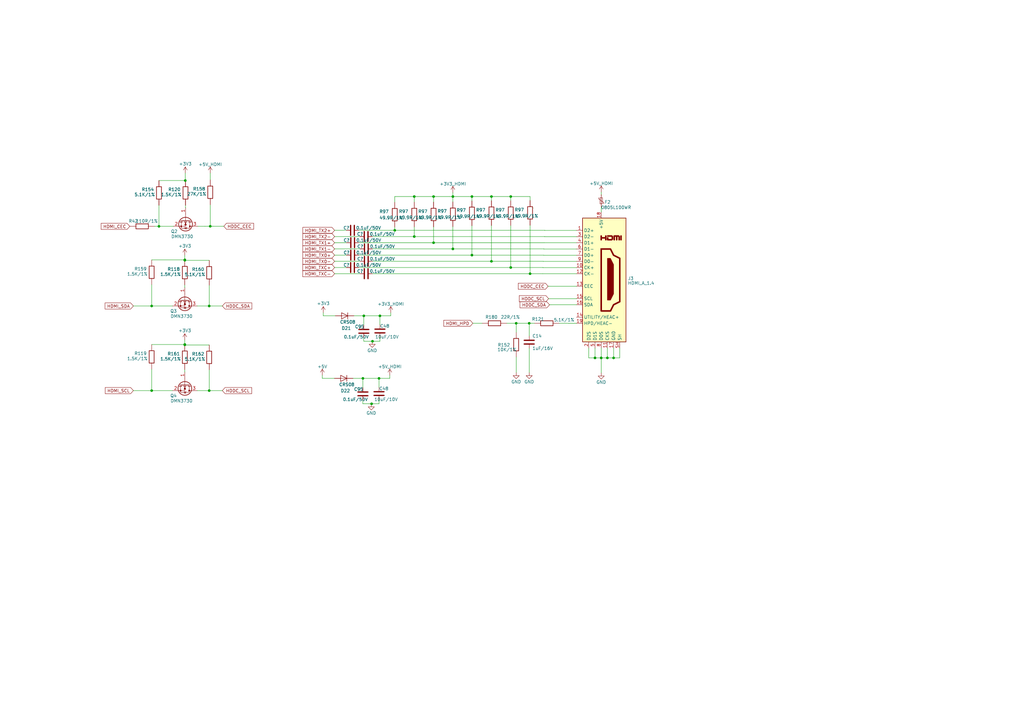
<source format=kicad_sch>
(kicad_sch (version 20230121) (generator eeschema)
  (paper "A3")
  (title_block (title "ПИР СЦХ-254 \"Карно\"\n(Karnix ASB-254)") (date "2024-01-15") (rev "V1.1") (company "ООО \"Фабмикро\"") (comment 1 "ФМТД.466961.029 Э3") (comment 2 "Залата Р.Н."))
  (lib_symbols
    (symbol "Connector:HDMI_A_1.4"
      (property "Reference" "J" (at -6.35 26.67 0))
      (property "Value" "HDMI_A_1.4" (at 10.16 26.67 0))
      (symbol "HDMI_A_1.4_0_0"
        (polyline (pts (xy 8.128 16.51) (xy 8.128 18.034)) (stroke (width 0.635)))
        (polyline (pts (xy 0 16.51) (xy 0 18.034) (xy 0 17.272) (xy 1.905 17.272) (xy 1.905 18.034) (xy 1.905 16.51)) (stroke (width 0.635)))
        (polyline (pts (xy 2.667 18.034) (xy 4.318 18.034) (xy 4.572 17.78) (xy 4.572 16.764) (xy 4.318 16.51) (xy 2.667 16.51) (xy 2.667 17.272)) (stroke (width 0.635)))
      )
      (symbol "HDMI_A_1.4_0_1"
        (rectangle (start -7.62 25.4) (end 10.16 -25.4) (stroke (width 0.254)) (fill (type background)))
        (polyline (pts (xy 2.54 8.89) (xy 3.81 8.89) (xy 5.08 6.35) (xy 5.08 -5.715) (xy 3.81 -8.255) (xy 2.54 -8.255) (xy 2.54 8.89)) (fill (type outline)))
        (polyline (pts (xy 5.334 16.51) (xy 5.334 18.034) (xy 6.35 18.034) (xy 6.35 16.51) (xy 6.35 18.034) (xy 7.112 18.034) (xy 7.366 17.78) (xy 7.366 16.51)) (stroke (width 0.635)))
        (polyline (pts (xy 0 12.7) (xy 0 -12.7) (xy 3.81 -12.7) (xy 5.08 -10.16) (xy 7.62 -8.89) (xy 7.62 8.89) (xy 5.08 10.16) (xy 3.81 12.7) (xy 0 12.7)) (stroke (width 0.635)))
      )
      (symbol "HDMI_A_1.4_1_1"
        (pin passive line (at -10.16 20.32 0) (length 2.54) (name "D2+") (number "1"))
        (pin passive line (at -10.16 5.08 0) (length 2.54) (name "CK+") (number "10"))
        (pin power_in line (at 2.54 -27.94 90) (length 2.54) (name "CKS") (number "11"))
        (pin passive line (at -10.16 2.54 0) (length 2.54) (name "CK-") (number "12"))
        (pin bidirectional line (at -10.16 -2.54 0) (length 2.54) (name "CEC") (number "13"))
        (pin passive line (at -10.16 -15.24 0) (length 2.54) (name "UTILITY/HEAC+") (number "14"))
        (pin passive line (at -10.16 -7.62 0) (length 2.54) (name "SCL") (number "15"))
        (pin bidirectional line (at -10.16 -10.16 0) (length 2.54) (name "SDA") (number "16"))
        (pin power_in line (at 5.08 -27.94 90) (length 2.54) (name "GND") (number "17"))
        (pin power_in line (at 0 27.94 270) (length 2.54) (name "+5V") (number "18"))
        (pin passive line (at -10.16 -17.78 0) (length 2.54) (name "HPD/HEAC-") (number "19"))
        (pin power_in line (at -5.08 -27.94 90) (length 2.54) (name "D2S") (number "2"))
        (pin passive line (at -10.16 17.78 0) (length 2.54) (name "D2-") (number "3"))
        (pin passive line (at -10.16 15.24 0) (length 2.54) (name "D1+") (number "4"))
        (pin power_in line (at -2.54 -27.94 90) (length 2.54) (name "D1S") (number "5"))
        (pin passive line (at -10.16 12.7 0) (length 2.54) (name "D1-") (number "6"))
        (pin passive line (at -10.16 10.16 0) (length 2.54) (name "D0+") (number "7"))
        (pin power_in line (at 0 -27.94 90) (length 2.54) (name "D0S") (number "8"))
        (pin passive line (at -10.16 7.62 0) (length 2.54) (name "D0-") (number "9"))
        (pin passive line (at 7.62 -27.94 90) (length 2.54) (name "SH") (number "SH"))
      )
    )
    (symbol "Fabmicro:+3V3" (power) (pin_names (offset 0))
      (property "Value" "+3V3" (at 0 3.556 0))
      (symbol "+3V3_0_1"
        (polyline (pts (xy -0.762 1.27) (xy 0 2.54)))
        (polyline (pts (xy 0 0) (xy 0 2.54)))
        (polyline (pts (xy 0 2.54) (xy 0.762 1.27)))
      )
      (symbol "+3V3_1_1"
        (pin power_in line (at 0 0 90) (length 0) hide (name "+3V3") (number "1"))
      )
    )
    (symbol "Fabmicro:+3V3_HDMI" (power) (pin_names (offset 0))
      (property "Value" "+3V3_HDMI" (at 0 3.5671 0))
      (symbol "+3V3_HDMI_0_1"
        (polyline (pts (xy -0.762 1.27) (xy 0 2.54)))
        (polyline (pts (xy 0 0) (xy 0 2.54)))
        (polyline (pts (xy 0 2.54) (xy 0.762 1.27)))
      )
      (symbol "+3V3_HDMI_1_1"
        (pin power_in line (at 0 0 90) (length 0) hide (name "+3V3_HDMI") (number "1"))
      )
    )
    (symbol "Fabmicro:+5V_HDMI" (power) (pin_names (offset 0))
      (property "Value" "+5V_HDMI" (at 0 3.556 0))
      (symbol "+5V_HDMI_0_1"
        (polyline (pts (xy -0.762 1.27) (xy 0 2.54)))
        (polyline (pts (xy 0 0) (xy 0 2.54)))
        (polyline (pts (xy 0 2.54) (xy 0.762 1.27)))
      )
      (symbol "+5V_HDMI_1_1"
        (pin power_in line (at 0 0 90) (length 0) hide (name "+5V_HDMI") (number "1"))
      )
    )
    (symbol "Fabmicro:CapacitorUnpolarized" (pin_numbers hide) (pin_names (offset 0.254))
      (property "Reference" "C" (at -2.54 0.635 90))
      (property "Value" "CapacitorUnpolarized" (at 2.54 0.635 90))
      (symbol "CapacitorUnpolarized_0_1"
        (polyline (pts (xy -0.762 -2.032) (xy -0.762 2.032)) (stroke (width 0.508)))
        (polyline (pts (xy 0.762 -2.032) (xy 0.762 2.032)) (stroke (width 0.508)))
      )
      (symbol "CapacitorUnpolarized_1_1"
        (pin passive line (at -2.54 0 0) (length 1.524) (name "~") (number "1"))
        (pin passive line (at 2.54 0 180) (length 1.524) (name "~") (number "2"))
      )
    )
    (symbol "Fabmicro:Diode" (pin_numbers hide) (pin_names (offset 1.016) hide)
      (property "Reference" "D" (at 3.81 2.54 0))
      (property "Value" "Diode" (at 3.81 -2.54 0))
      (symbol "Diode_1_1"
        (polyline (pts (xy 2.54 1.27) (xy 2.54 -1.27)) (stroke (width 0.2032)))
        (polyline (pts (xy 5.08 0) (xy 2.54 0)))
        (polyline (pts (xy 5.08 1.27) (xy 5.08 -1.27) (xy 2.54 0) (xy 5.08 1.27)) (stroke (width 0.2032)))
        (pin passive line (at 0 0 0) (length 2.54) (name "K") (number "1"))
        (pin passive line (at 7.62 0 180) (length 2.54) (name "A") (number "2"))
      )
    )
    (symbol "Fabmicro:MOSFET_N_CH_SOT23" (pin_names (offset 1.016) hide)
      (property "Reference" "VT" (at 10.16 2.54 0))
      (property "Value" "MOSFET_N_CH_SOT23" (at 10.16 0 0))
      (symbol "MOSFET_N_CH_SOT23_1_1"
        (polyline (pts (xy 2.54 0) (xy 5.334 0)))
        (polyline (pts (xy 5.842 -1.778) (xy 7.62 -1.778)))
        (polyline (pts (xy 5.842 -1.27) (xy 5.842 -2.286)) (stroke (width 0.254)))
        (polyline (pts (xy 5.842 0) (xy 7.62 0)))
        (polyline (pts (xy 5.842 0.508) (xy 5.842 -0.508)) (stroke (width 0.254)))
        (polyline (pts (xy 5.842 1.778) (xy 7.62 1.778)))
        (polyline (pts (xy 5.842 2.286) (xy 5.842 1.27)) (stroke (width 0.254)))
        (polyline (pts (xy 7.62 -1.778) (xy 7.62 -2.54)))
        (polyline (pts (xy 7.62 -1.778) (xy 7.62 0)))
        (polyline (pts (xy 7.62 2.54) (xy 7.62 1.778)))
        (polyline (pts (xy 5.334 1.905) (xy 5.334 -1.905) (xy 5.334 -1.905)) (stroke (width 0.254)))
        (polyline (pts (xy 6.096 0) (xy 7.112 0.381) (xy 7.112 -0.381) (xy 6.096 0)) (fill (type outline)))
        (polyline (pts (xy 7.62 -1.778) (xy 8.382 -1.778) (xy 8.382 1.778) (xy 7.62 1.778)))
        (polyline (pts (xy 7.874 0.508) (xy 8.001 0.381) (xy 8.763 0.381) (xy 8.89 0.254)))
        (polyline (pts (xy 8.382 0.381) (xy 8.001 -0.254) (xy 8.763 -0.254) (xy 8.382 0.381)))
        (circle (center 6.731 0) (radius 2.8194) (stroke (width 0.254)))
        (circle (center 7.62 -1.778) (radius 0.2794) (fill (type outline)))
        (circle (center 7.62 1.778) (radius 0.2794) (fill (type outline)))
        (pin input line (at 0 0 0) (length 2.54) (name "G") (number "1"))
        (pin passive line (at 7.62 -5.08 90) (length 2.54) (name "S") (number "2"))
        (pin passive line (at 7.62 5.08 270) (length 2.54) (name "D") (number "3"))
      )
    )
    (symbol "Fabmicro:Polyfuse_Small" (pin_numbers hide) (pin_names (offset 0))
      (property "Reference" "F" (at 2.54 1.905 0))
      (property "Value" "Polyfuse_Small" (at 2.54 -1.905 0))
      (symbol "Polyfuse_Small_0_1"
        (polyline (pts (xy 5.08 0) (xy 0 0)))
        (polyline (pts (xy 3.81 1.016) (xy 3.302 1.016) (xy 1.778 -1.016) (xy 1.27 -1.016)))
        (rectangle (start 3.81 0.508) (end 1.27 -0.508))
      )
      (symbol "Polyfuse_Small_1_1"
        (pin passive line (at 5.08 0 180) (length 0.635) (name "~") (number "1"))
        (pin passive line (at 0 0 0) (length 0.635) (name "~") (number "2"))
      )
    )
    (symbol "Fabmicro:Resistor" (pin_numbers hide) (pin_names (offset 0))
      (property "Reference" "R" (at 0 2.032 0))
      (property "Value" "Resistor" (at 0 0 0))
      (symbol "Resistor_0_1"
        (rectangle (start 2.54 -1.016) (end -2.54 1.016) (stroke (width 0.254)))
      )
      (symbol "Resistor_1_1"
        (pin passive line (at -5.08 0 0) (length 2.54) (name "~") (number "1"))
        (pin passive line (at 5.08 0 180) (length 2.54) (name "~") (number "2"))
      )
    )
    (symbol "power:+5V" (power) (pin_names (offset 0))
      (property "Value" "+5V" (at 0 3.556 0))
      (symbol "+5V_0_1"
        (polyline (pts (xy -0.762 1.27) (xy 0 2.54)))
        (polyline (pts (xy 0 0) (xy 0 2.54)))
        (polyline (pts (xy 0 2.54) (xy 0.762 1.27)))
      )
      (symbol "+5V_1_1"
        (pin power_in line (at 0 0 90) (length 0) hide (name "+5V") (number "1"))
      )
    )
    (symbol "power:GND" (power) (pin_names (offset 0))
      (property "Value" "GND" (at 0 -3.81 0))
      (symbol "GND_0_1"
        (polyline (pts (xy 0 0) (xy 0 -1.27) (xy 1.27 -1.27) (xy 0 -2.54) (xy -1.27 -1.27) (xy 0 -1.27)))
      )
      (symbol "GND_1_1"
        (pin power_in line (at 0 0 270) (length 0) hide (name "GND") (number "1"))
      )
    )
  )
  (junction (at 152.781 139.9605))
  (junction (at 75.8 141.42))
  (junction (at 62.2 160.2))
  (junction (at 211.709 132.588))
  (junction (at 75.8 106.6))
  (junction (at 251.66 146.8))
  (junction (at 209.4769 109.716))
  (junction (at 152.4 165.6145))
  (junction (at 75.8 106.72))
  (junction (at 76 74.04))
  (junction (at 169.9098 80.6077))
  (junction (at 62.2 125.5))
  (junction (at 217.043 132.588))
  (junction (at 155.829 129.54))
  (junction (at 201.5687 107.176))
  (junction (at 209.4769 80.6077))
  (junction (at 169.9098 97.016))
  (junction (at 244.04 146.8))
  (junction (at 85.8 160.2))
  (junction (at 86.233 92.8))
  (junction (at 193.5618 104.636))
  (junction (at 148.844 155.194))
  (junction (at 249.12 146.8))
  (junction (at 75.8 141.3))
  (junction (at 85.8 125.5))
  (junction (at 65.2 92.837))
  (junction (at 149.225 129.54))
  (junction (at 217.4059 112.256))
  (junction (at 246.58 146.8))
  (junction (at 185.747 102.096))
  (junction (at 193.5618 80.6077))
  (junction (at 155.448 155.194))
  (junction (at 177.818 80.6077))
  (junction (at 185.747 80.6077))
  (junction (at 201.5687 80.6077))
  (junction (at 161.9029 94.476))
  (junction (at 177.818 99.556))
  (wire (pts (xy 241.5 142.7736) (xy 241.5 146.8)))
  (wire (pts (xy 148.844 165.6145) (xy 152.4 165.6145)))
  (wire (pts (xy 155.448 165.6145) (xy 155.448 163.957)))
  (wire (pts (xy 137.233 94.476) (xy 142.0235 94.476)))
  (wire (pts (xy 222.831 107.176) (xy 222.831 107.2136)))
  (wire (pts (xy 76 71) (xy 76 74.04)))
  (wire (pts (xy 201.5687 92.4918) (xy 201.5687 107.176)))
  (wire (pts (xy 217.043 137.795) (xy 217.043 132.588)))
  (wire (pts (xy 217.4059 112.256) (xy 222.577 112.256)))
  (wire (pts (xy 85.8 125.5) (xy 91.2 125.5)))
  (wire (pts (xy 218.767 85.332) (xy 218.767 85.3696)))
  (wire (pts (xy 149.225 129.54) (xy 155.829 129.54)))
  (wire (pts (xy 80.9 125.5) (xy 85.8 125.5)))
  (wire (pts (xy 75.8 141.3) (xy 75.8 141.42)))
  (wire (pts (xy 75.8 141.5) (xy 75.8 141.42)))
  (wire (pts (xy 185.747 92.952) (xy 185.747 102.096)))
  (wire (pts (xy 65.2 74.04) (xy 76 74.04)))
  (wire (pts (xy 211.709 136.271) (xy 211.709 132.588)))
  (wire (pts (xy 71.02 92.837) (xy 71.02 92.82)))
  (wire (pts (xy 209.4769 109.716) (xy 222.704 109.716)))
  (wire (pts (xy 86.233 83.947) (xy 86.233 92.8)))
  (wire (pts (xy 152.7794 107.176) (xy 201.5687 107.176)))
  (wire (pts (xy 152.4 165.608) (xy 152.4 165.6145)))
  (wire (pts (xy 223.085 102.1336) (xy 236.42 102.1336)))
  (wire (pts (xy 223.212 99.5936) (xy 236.42 99.5936)))
  (wire (pts (xy 222.704 109.716) (xy 222.704 109.7536)))
  (wire (pts (xy 155.829 129.54) (xy 160.274 129.54)))
  (wire (pts (xy 177.818 80.6077) (xy 185.747 80.6077)))
  (wire (pts (xy 222.704 109.7536) (xy 236.42 109.7536)))
  (wire (pts (xy 209.4769 92.4806) (xy 209.4769 109.716)))
  (wire (pts (xy 193.5618 82.4073) (xy 193.5618 80.6077)))
  (wire (pts (xy 75.8 106.8) (xy 75.8 106.72)))
  (wire (pts (xy 246.58 146.8) (xy 249.12 146.8)))
  (wire (pts (xy 86.233 70.993) (xy 86.233 73.787)))
  (wire (pts (xy 148.844 155.194) (xy 155.448 155.194)))
  (wire (pts (xy 152.781 139.9605) (xy 155.829 139.9605)))
  (wire (pts (xy 169.9098 82.8943) (xy 169.9098 80.6077)))
  (wire (pts (xy 75.8 104.7) (xy 75.8 106.6)))
  (wire (pts (xy 85.8 141.5) (xy 75.8 141.5)))
  (wire (pts (xy 155.448 155.194) (xy 159.893 155.194)))
  (wire (pts (xy 177.818 99.556) (xy 223.212 99.556)))
  (wire (pts (xy 147.1771 104.636) (xy 193.5618 104.636)))
  (wire (pts (xy 75.8 117.88) (xy 75.82 117.88)))
  (wire (pts (xy 76.08 85.2) (xy 76.1 85.2)))
  (wire (pts (xy 132.207 155.194) (xy 137.16 155.194)))
  (wire (pts (xy 84.074 92.8) (xy 86.233 92.8)))
  (wire (pts (xy 246.6 84.88) (xy 246.6 86.8936)))
  (wire (pts (xy 209.4769 82.3206) (xy 209.4769 80.6077)))
  (wire (pts (xy 177.818 93.0431) (xy 177.818 99.556)))
  (wire (pts (xy 193.929 132.588) (xy 197.739 132.588)))
  (wire (pts (xy 80.9 160.2) (xy 85.8 160.2)))
  (wire (pts (xy 85.8 160.2) (xy 91.2 160.2)))
  (wire (pts (xy 223.339 97.0536) (xy 236.42 97.0536)))
  (wire (pts (xy 137.233 109.716) (xy 142.0446 109.716)))
  (wire (pts (xy 223.466 94.5136) (xy 236.42 94.5136)))
  (wire (pts (xy 145.161 129.54) (xy 149.225 129.54)))
  (wire (pts (xy 185.747 80.6077) (xy 185.747 82.792)))
  (wire (pts (xy 169.9098 80.6077) (xy 177.818 80.6077)))
  (wire (pts (xy 144.78 155.194) (xy 148.844 155.194)))
  (wire (pts (xy 161.9029 80.6077) (xy 169.9098 80.6077)))
  (wire (pts (xy 236.42 117.4) (xy 236.42 117.3736)))
  (wire (pts (xy 223.466 94.476) (xy 223.466 94.5136)))
  (wire (pts (xy 132.588 128.27) (xy 132.588 129.54)))
  (wire (pts (xy 222.958 104.6736) (xy 236.42 104.6736)))
  (wire (pts (xy 209.4769 80.6077) (xy 217.4059 80.6077)))
  (wire (pts (xy 65.2 92.837) (xy 71.02 92.837)))
  (wire (pts (xy 161.9029 94.476) (xy 223.466 94.476)))
  (wire (pts (xy 65.2 84.2) (xy 65.2 92.837)))
  (wire (pts (xy 241.5 146.8) (xy 244.04 146.8)))
  (wire (pts (xy 62.2 141.3) (xy 75.8 141.3)))
  (wire (pts (xy 222.577 112.256) (xy 222.577 112.2936)))
  (wire (pts (xy 236.42 122.4866) (xy 236.42 122.4536)))
  (wire (pts (xy 147.1246 109.716) (xy 209.4769 109.716)))
  (wire (pts (xy 62.2 116.76) (xy 62.2 125.5)))
  (wire (pts (xy 193.5618 104.636) (xy 222.958 104.636)))
  (wire (pts (xy 137.233 99.556) (xy 142.1055 99.556)))
  (wire (pts (xy 222.958 104.636) (xy 222.958 104.6736)))
  (wire (pts (xy 85.8 151.66) (xy 85.8 160.2)))
  (wire (pts (xy 75.8 152.58) (xy 75.82 152.58)))
  (wire (pts (xy 137.233 107.176) (xy 147.6994 107.176)))
  (wire (pts (xy 177.818 80.6077) (xy 177.818 82.8831)))
  (wire (pts (xy 246.58 152.9336) (xy 246.58 146.8)))
  (wire (pts (xy 159.893 153.924) (xy 159.893 155.194)))
  (wire (pts (xy 62.2 125.5) (xy 70.74 125.5)))
  (wire (pts (xy 223.212 99.556) (xy 223.212 99.5936)))
  (wire (pts (xy 149.225 139.9605) (xy 152.781 139.9605)))
  (wire (pts (xy 85.8 106.8) (xy 75.8 106.8)))
  (wire (pts (xy 152.654 139.954) (xy 152.781 139.954)))
  (wire (pts (xy 233.299 132.588) (xy 233.299 132.6136)))
  (wire (pts (xy 185.747 80.6077) (xy 185.747 78.982)))
  (wire (pts (xy 155.829 139.9605) (xy 155.829 138.303)))
  (wire (pts (xy 225.3828 125.0191) (xy 236.42 125.0191)))
  (wire (pts (xy 161.9029 93.1298) (xy 161.9029 94.476)))
  (wire (pts (xy 201.5687 107.176) (xy 222.831 107.176)))
  (wire (pts (xy 84.074 92.8) (xy 84.074 92.82)))
  (wire (pts (xy 244.04 146.8) (xy 246.58 146.8)))
  (wire (pts (xy 223.339 97.016) (xy 223.339 97.0536)))
  (wire (pts (xy 236.42 125.0191) (xy 236.42 124.9936)))
  (wire (pts (xy 85.8 116.96) (xy 85.8 125.5)))
  (wire (pts (xy 161.9029 82.9698) (xy 161.9029 80.6077)))
  (wire (pts (xy 254.2 146.8) (xy 254.2 142.7736)))
  (wire (pts (xy 75.8 106.6) (xy 75.8 106.72)))
  (wire (pts (xy 54.7 125.5) (xy 62.2 125.5)))
  (wire (pts (xy 169.9098 97.016) (xy 223.339 97.016)))
  (wire (pts (xy 207.899 132.588) (xy 211.709 132.588)))
  (wire (pts (xy 249.12 146.8) (xy 251.66 146.8)))
  (wire (pts (xy 246.6 78.8) (xy 246.6 79.8)))
  (wire (pts (xy 62.2 151.46) (xy 62.2 160.2)))
  (wire (pts (xy 152.273 165.608) (xy 152.4 165.608)))
  (wire (pts (xy 75.8 116.88) (xy 75.8 117.88)))
  (wire (pts (xy 62.2 160.2) (xy 70.74 160.2)))
  (wire (pts (xy 137.233 102.096) (xy 147.7078 102.096)))
  (wire (pts (xy 132.207 153.924) (xy 132.207 155.194)))
  (wire (pts (xy 75.8 139.4) (xy 75.8 141.3)))
  (wire (pts (xy 137.233 112.256) (xy 147.6469 112.256)))
  (wire (pts (xy 147.1035 94.476) (xy 161.9029 94.476)))
  (wire (pts (xy 211.709 132.588) (xy 217.043 132.588)))
  (wire (pts (xy 223.085 102.096) (xy 223.085 102.1336)))
  (wire (pts (xy 246.6 86.8936) (xy 246.58 86.8936)))
  (wire (pts (xy 160.274 128.27) (xy 160.274 129.54)))
  (wire (pts (xy 148.844 159.004) (xy 148.844 155.194)))
  (wire (pts (xy 222.577 112.2936) (xy 236.42 112.2936)))
  (wire (pts (xy 246.58 146.8) (xy 246.58 142.7736)))
  (wire (pts (xy 86.233 92.8) (xy 91.8 92.8)))
  (wire (pts (xy 75.8 151.58) (xy 75.8 152.58)))
  (wire (pts (xy 149.225 133.35) (xy 149.225 129.54)))
  (wire (pts (xy 233.299 132.6136) (xy 236.42 132.6136)))
  (wire (pts (xy 201.5687 80.6077) (xy 209.4769 80.6077)))
  (wire (pts (xy 251.66 142.7736) (xy 251.66 146.8)))
  (wire (pts (xy 84.074 92.82) (xy 81.18 92.82)))
  (wire (pts (xy 193.5618 92.5673) (xy 193.5618 104.636)))
  (wire (pts (xy 63.373 92.837) (xy 65.2 92.837)))
  (wire (pts (xy 251.66 146.8) (xy 254.2 146.8)))
  (wire (pts (xy 193.5618 80.6077) (xy 185.747 80.6077)))
  (wire (pts (xy 148.844 165.6145) (xy 148.844 164.084)))
  (wire (pts (xy 137.233 97.016) (xy 147.6258 97.016)))
  (wire (pts (xy 201.5687 82.3318) (xy 201.5687 80.6077)))
  (wire (pts (xy 152.7269 112.256) (xy 217.4059 112.256)))
  (wire (pts (xy 217.043 152.781) (xy 217.043 142.875)))
  (wire (pts (xy 62.2 106.6) (xy 75.8 106.6)))
  (wire (pts (xy 222.831 107.2136) (xy 236.42 107.2136)))
  (wire (pts (xy 54.7 160.2) (xy 62.2 160.2)))
  (wire (pts (xy 132.588 129.54) (xy 137.541 129.54)))
  (wire (pts (xy 217.043 132.588) (xy 219.202 132.588)))
  (wire (pts (xy 76.08 84.2) (xy 76.08 85.2)))
  (wire (pts (xy 193.5618 80.6077) (xy 201.5687 80.6077)))
  (wire (pts (xy 244.04 142.7736) (xy 244.04 146.8)))
  (wire (pts (xy 152.781 139.954) (xy 152.781 139.9605)))
  (wire (pts (xy 155.448 158.877) (xy 155.448 155.194)))
  (wire (pts (xy 76 74.04) (xy 76.08 74.04)))
  (wire (pts (xy 152.7878 102.096) (xy 185.747 102.096)))
  (wire (pts (xy 147.1855 99.556) (xy 177.818 99.556)))
  (wire (pts (xy 149.225 139.9605) (xy 149.225 138.43)))
  (wire (pts (xy 185.747 102.096) (xy 223.085 102.096)))
  (wire (pts (xy 217.4059 82.2295) (xy 217.4059 80.6077)))
  (wire (pts (xy 217.4059 92.3895) (xy 217.4059 112.256)))
  (wire (pts (xy 224.8 117.4) (xy 236.42 117.4)))
  (wire (pts (xy 152.4 165.6145) (xy 155.448 165.6145)))
  (wire (pts (xy 229.362 132.588) (xy 233.299 132.588)))
  (wire (pts (xy 137.233 104.636) (xy 142.0971 104.636)))
  (wire (pts (xy 225 122.4866) (xy 236.42 122.4866)))
  (wire (pts (xy 249.12 142.7736) (xy 249.12 146.8)))
  (wire (pts (xy 155.829 133.223) (xy 155.829 129.54)))
  (wire (pts (xy 152.7058 97.016) (xy 169.9098 97.016)))
  (wire (pts (xy 169.9098 93.0543) (xy 169.9098 97.016)))
  (wire (pts (xy 211.709 152.781) (xy 211.709 146.431)))
  (global_label "HDMI_TX2+" (shape input) (at 137.233 94.476 180) (property "Intersheetrefs" "${INTERSHEET_REFS}" (effects hide)))
  (global_label "HDMI_TXC+" (shape input) (at 137.233 109.716 180) (property "Intersheetrefs" "${INTERSHEET_REFS}" (effects hide)))
  (global_label "HDMI_TX0+" (shape input) (at 137.233 104.636 180) (property "Intersheetrefs" "${INTERSHEET_REFS}" (effects hide)))
  (global_label "HDMI_TX1-" (shape input) (at 137.233 102.096 180) (property "Intersheetrefs" "${INTERSHEET_REFS}" (effects hide)))
  (global_label "HDDC_SDA" (shape input) (at 91.2 125.5 0) (property "Intersheetrefs" "${INTERSHEET_REFS}" (effects hide)))
  (global_label "HDMI_TX1+" (shape input) (at 137.233 99.556 180) (property "Intersheetrefs" "${INTERSHEET_REFS}" (effects hide)))
  (global_label "HDMI_TXC-" (shape input) (at 137.233 112.256 180) (property "Intersheetrefs" "${INTERSHEET_REFS}" (effects hide)))
  (global_label "HDDC_SCL" (shape input) (at 91.2 160.2 0) (property "Intersheetrefs" "${INTERSHEET_REFS}" (effects hide)))
  (global_label "HDMI_SDA" (shape input) (at 54.7 125.5 180) (property "Intersheetrefs" "${INTERSHEET_REFS}" (effects hide)))
  (global_label "HDMI_SCL" (shape input) (at 54.7 160.2 180) (property "Intersheetrefs" "${INTERSHEET_REFS}" (effects hide)))
  (global_label "HDMI_HPD" (shape input) (at 193.929 132.588 180) (property "Intersheetrefs" "${INTERSHEET_REFS}" (effects hide)))
  (global_label "HDMI_TX2-" (shape input) (at 137.233 97.016 180) (property "Intersheetrefs" "${INTERSHEET_REFS}" (effects hide)))
  (global_label "HDDC_CEC" (shape input) (at 91.8 92.8 0) (property "Intersheetrefs" "${INTERSHEET_REFS}" (effects hide)))
  (global_label "HDDC_SDA" (shape input) (at 225.3828 125.0191 180) (property "Intersheetrefs" "${INTERSHEET_REFS}" (effects hide)))
  (global_label "HDDC_SCL" (shape input) (at 225 122.4866 180) (property "Intersheetrefs" "${INTERSHEET_REFS}" (effects hide)))
  (global_label "HDDC_CEC" (shape input) (at 224.8 117.4 180) (property "Intersheetrefs" "${INTERSHEET_REFS}" (effects hide)))
  (global_label "HDMI_CEC" (shape input) (at 53.213 92.837 180) (property "Intersheetrefs" "${INTERSHEET_REFS}" (effects hide)))
  (global_label "HDMI_TX0-" (shape input) (at 137.233 107.176 180) (property "Intersheetrefs" "${INTERSHEET_REFS}" (effects hide)))
  (symbol (lib_id "Fabmicro:CapacitorUnpolarized") (at 217.043 140.335 270) (unit 1)
    (property "Reference" "C14" (at 218.313 137.795 90) (effects (justify left)))
    (property "Value" "1uF/16V" (at 218.313 142.875 90) (effects (justify left)))
    (property "Footprint" "Fabmicro:C_0402_1005Metric" (effects hide))
    (property "Mfr. Part Number" "GRM155R61E105KA12D" (effects hide))
    (property "Supplier" "Fabmicro" (effects hide))
    (instances (project "Karnix_ASB" (path "" (reference "C14") (unit 1)) (path "" (reference "C87") (unit 1))))
  )
  (symbol (lib_id "Fabmicro:Resistor") (at 224.282 132.588 0) (mirror x) (unit 1)
    (property "Reference" "R121" (at 218.082 130.888 0) (effects (justify left)))
    (property "Value" "5.1K/1%" (at 227.082 131.188 0) (effects (justify left)))
    (property "Footprint" "Fabmicro:R_0402_1005Metric" (effects hide))
    (property "Mfr. Part Number" "RC0402FR-075K1L" (effects hide))
  )
  (symbol (lib_id "Connector:HDMI_A_1.4") (at 246.58 114.8336 0) (unit 1)
    (property "Reference" "J3" (at 257.502 114.1899 0) (effects (justify left)))
    (property "Value" "HDMI_A_1.4" (at 257.502 116.1109 0) (effects (justify left)))
    (property "Footprint" "Fabmicro:HDMI_A_Amphenol_10029449-x01xLF_Horizontal" (effects hide))
    (property "Datasheet" "https://en.wikipedia.org/wiki/HDMI" (effects hide))
    (property "Mfr. Part Number" "10029449" (effects hide))
    (property "Manufacturer" "Amphenol" (effects hide))
  )
  (symbol (lib_id "Fabmicro:+5V_HDMI") (at 246.6 78.8 0) (unit 1)
    (property "Reference" "#PWR?" (effects hide))
    (property "Value" "+5V_HDMI" (at 246.6 75.244 0))
    (instances (project "Karnix_ASB" (path "" (reference "#PWR?") (unit 1)) (path "" (reference "#PWR0219") (unit 1))))
  )
  (symbol (lib_id "Fabmicro:Resistor") (at 217.4059 87.3095 270) (unit 1)
    (property "Reference" "R97" (at 211.0559 86.0395 90) (effects (justify left)))
    (property "Value" "49.9R/1%" (at 211.0559 88.5795 90) (effects (justify left)))
    (property "Footprint" "Fabmicro:R_0402_1005Metric" (effects hide))
    (property "Mfr. Part Number" "RC0402FR-0749R9L" (effects hide))
    (property "Supplier" "Fabmicro" (effects hide))
    (instances (project "Karnix_ASB" (path "" (reference "R97") (unit 1)) (path "" (reference "R110") (unit 1))))
  )
  (symbol (lib_id "Fabmicro:Resistor") (at 169.9098 87.9743 270) (unit 1)
    (property "Reference" "R97" (at 163.5598 86.7043 90) (effects (justify left)))
    (property "Value" "49.9R/1%" (at 163.5598 89.2443 90) (effects (justify left)))
    (property "Footprint" "Fabmicro:R_0402_1005Metric" (effects hide))
    (property "Mfr. Part Number" "RC0402FR-0749R9L" (effects hide))
    (property "Supplier" "Fabmicro" (effects hide))
    (instances (project "Karnix_ASB" (path "" (reference "R97") (unit 1)) (path "" (reference "R116") (unit 1))))
  )
  (symbol (lib_id "Fabmicro:CapacitorUnpolarized") (at 150.1658 97.016 0) (unit 1)
    (property "Reference" "C?" (at 146.3913 96 0) (effects (justify left)))
    (property "Value" "0.1uF/50V" (at 151.5983 96 0) (effects (justify left)))
    (property "Footprint" "Capacitor_SMD:C_0402_1005Metric" (effects hide))
    (property "Mfr. Part Number" "CC0402KRX7R9BB104" (effects hide))
    (property "Supplier" "Fabmicro" (effects hide))
    (instances (project "Karnix_ASB" (path "" (reference "C?") (unit 1)) (path "" (reference "C23") (unit 1)) (path "" (reference "C57") (unit 1))))
  )
  (symbol (lib_id "Fabmicro:Resistor") (at 65.2 79.12 90) (mirror x) (unit 1)
    (property "Reference" "R154" (at 63.2 77.72 90) (effects (justify left)))
    (property "Value" "5.1K/1%" (at 63.6 79.82 90) (effects (justify left)))
    (property "Footprint" "Fabmicro:R_0402_1005Metric" (effects hide))
    (property "Mfr. Part Number" "RC0402FR-075K1L" (effects hide))
  )
  (symbol (lib_id "Fabmicro:Resistor") (at 185.747 87.872 270) (unit 1)
    (property "Reference" "R97" (at 179.397 86.602 90) (effects (justify left)))
    (property "Value" "49.9R/1%" (at 179.397 89.142 90) (effects (justify left)))
    (property "Footprint" "Fabmicro:R_0402_1005Metric" (effects hide))
    (property "Mfr. Part Number" "RC0402FR-0749R9L" (effects hide))
    (property "Supplier" "Fabmicro" (effects hide))
    (instances (project "Karnix_ASB" (path "" (reference "R97") (unit 1)) (path "" (reference "R114") (unit 1))))
  )
  (symbol (lib_id "power:GND") (at 152.273 165.608 0) (mirror y) (unit 1)
    (property "Reference" "#PWR0218" (effects hide))
    (property "Value" "GND" (at 152.273 169.418 0))
  )
  (symbol (lib_id "Fabmicro:+3V3") (at 75.8 139.4 0) (unit 1)
    (property "Reference" "#PWR?" (effects hide))
    (property "Value" "+3V3" (at 75.8 135.59 0))
    (instances (project "Karnix_ASB" (path "" (reference "#PWR?") (unit 1)) (path "" (reference "#PWR074") (unit 1)) (path "" (reference "#PWR0147") (unit 1))))
  )
  (symbol (lib_id "Fabmicro:Resistor") (at 76.08 79.12 90) (mirror x) (unit 1)
    (property "Reference" "R120" (at 74.08 77.72 90) (effects (justify left)))
    (property "Value" "1.5K/1%" (at 74.48 79.82 90) (effects (justify left)))
    (property "Footprint" "Fabmicro:R_0402_1005Metric" (effects hide))
    (property "Mfr. Part Number" "RC0402FR-071K5L" (effects hide))
  )
  (symbol (lib_id "Fabmicro:Resistor") (at 75.8 146.5 90) (mirror x) (unit 1)
    (property "Reference" "R161" (at 73.8 145.1 90) (effects (justify left)))
    (property "Value" "1.5K/1%" (at 74.2 147.2 90) (effects (justify left)))
    (property "Footprint" "Fabmicro:R_0402_1005Metric" (effects hide))
    (property "Mfr. Part Number" "RC0402FR-071K5L" (effects hide))
  )
  (symbol (lib_id "Fabmicro:CapacitorUnpolarized") (at 144.6371 104.636 0) (unit 1)
    (property "Reference" "C?" (at 140.8626 103.62 0) (effects (justify left)))
    (property "Value" "0.1uF/50V" (at 146.0696 103.62 0) (effects (justify left)))
    (property "Footprint" "Capacitor_SMD:C_0402_1005Metric" (effects hide))
    (property "Mfr. Part Number" "CC0402KRX7R9BB104" (effects hide))
    (property "Supplier" "Fabmicro" (effects hide))
    (instances (project "Karnix_ASB" (path "" (reference "C?") (unit 1)) (path "" (reference "C23") (unit 1)) (path "" (reference "C60") (unit 1))))
  )
  (symbol (lib_id "Fabmicro:Polyfuse_Small") (at 246.6 84.88 90) (unit 1)
    (property "Reference" "F2" (at 249.2 82.9 90))
    (property "Value" "0805L100WR" (at 252.7 85.1 90))
    (property "Footprint" "Fuse:Fuse_0805_2012Metric" (effects hide))
    (property "Mfr. Part Number" "0805L100WR" (effects hide))
    (property "Supplier" "Fabmicro" (effects hide))
  )
  (symbol (lib_id "Fabmicro:Resistor") (at 161.9029 88.0498 270) (unit 1)
    (property "Reference" "R97" (at 155.5529 86.7798 90) (effects (justify left)))
    (property "Value" "49.9R/1%" (at 155.5529 89.3198 90) (effects (justify left)))
    (property "Footprint" "Fabmicro:R_0402_1005Metric" (effects hide))
    (property "Mfr. Part Number" "RC0402FR-0749R9L" (effects hide))
    (property "Supplier" "Fabmicro" (effects hide))
    (instances (project "Karnix_ASB" (path "" (reference "R97") (unit 1)) (path "" (reference "R117") (unit 1))))
  )
  (symbol (lib_id "Fabmicro:CapacitorUnpolarized") (at 155.829 135.763 90) (mirror x) (unit 1)
    (property "Reference" "C48" (at 159.766 133.731 90) (effects (justify left)))
    (property "Value" "10uF/10V" (at 163.576 138.176 90) (effects (justify left)))
    (property "Footprint" "Capacitor_SMD:C_0603_1608Metric" (effects hide))
    (property "Mfr. Part Number" "GRM188R61A106KE69D" (effects hide))
    (property "Supplier" "Fabmicro" (effects hide))
    (instances (project "Karnix_ASB" (path "" (reference "C48") (unit 1)) (path "" (reference "C89") (unit 1))))
  )
  (symbol (lib_id "Fabmicro:CapacitorUnpolarized") (at 148.844 161.544 270) (unit 1)
    (property "Reference" "C95" (at 145.161 159.639 90) (effects (justify left)))
    (property "Value" "0.1uF/50V" (at 140.589 163.83 90) (effects (justify left)))
    (property "Footprint" "Capacitor_SMD:C_0402_1005Metric" (effects hide))
    (property "Mfr. Part Number" "CC0402KRX7R9BB104" (effects hide))
    (property "Supplier" "Fabmicro" (effects hide))
    (instances (project "Karnix_ASB" (path "" (reference "C95") (unit 1)) (path "" (reference "C91") (unit 1))))
  )
  (symbol (lib_id "Fabmicro:CapacitorUnpolarized") (at 144.6455 99.556 0) (unit 1)
    (property "Reference" "C?" (at 140.871 98.54 0) (effects (justify left)))
    (property "Value" "0.1uF/50V" (at 146.078 98.54 0) (effects (justify left)))
    (property "Footprint" "Capacitor_SMD:C_0402_1005Metric" (effects hide))
    (property "Mfr. Part Number" "CC0402KRX7R9BB104" (effects hide))
    (property "Supplier" "Fabmicro" (effects hide))
    (instances (project "Karnix_ASB" (path "" (reference "C?") (unit 1)) (path "" (reference "C23") (unit 1)) (path "" (reference "C58") (unit 1))))
  )
  (symbol (lib_id "power:GND") (at 211.709 152.781 0) (mirror y) (unit 1)
    (property "Reference" "#PWR0150" (effects hide))
    (property "Value" "GND" (at 211.709 156.591 0))
  )
  (symbol (lib_id "Fabmicro:CapacitorUnpolarized") (at 150.2394 107.176 0) (unit 1)
    (property "Reference" "C?" (at 146.4649 106.16 0) (effects (justify left)))
    (property "Value" "0.1uF/50V" (at 151.6719 106.16 0) (effects (justify left)))
    (property "Footprint" "Capacitor_SMD:C_0402_1005Metric" (effects hide))
    (property "Mfr. Part Number" "CC0402KRX7R9BB104" (effects hide))
    (property "Supplier" "Fabmicro" (effects hide))
    (instances (project "Karnix_ASB" (path "" (reference "C?") (unit 1)) (path "" (reference "C23") (unit 1)) (path "" (reference "C61") (unit 1))))
  )
  (symbol (lib_id "Fabmicro:CapacitorUnpolarized") (at 150.2478 102.096 0) (unit 1)
    (property "Reference" "C?" (at 146.4733 101.08 0) (effects (justify left)))
    (property "Value" "0.1uF/50V" (at 151.6803 101.08 0) (effects (justify left)))
    (property "Footprint" "Capacitor_SMD:C_0402_1005Metric" (effects hide))
    (property "Mfr. Part Number" "CC0402KRX7R9BB104" (effects hide))
    (property "Supplier" "Fabmicro" (effects hide))
    (instances (project "Karnix_ASB" (path "" (reference "C?") (unit 1)) (path "" (reference "C23") (unit 1)) (path "" (reference "C59") (unit 1))))
  )
  (symbol (lib_id "Fabmicro:+5V_HDMI") (at 86.233 70.993 0) (unit 1)
    (property "Reference" "#PWR049" (effects hide))
    (property "Value" "+5V_HDMI" (at 86.233 67.437 0))
    (instances (project "Karnix_ASB" (path "" (reference "#PWR049") (unit 1)) (path "" (reference "#PWR0148") (unit 1))))
  )
  (symbol (lib_id "Fabmicro:+3V3_HDMI") (at 160.274 128.27 0) (unit 1)
    (property "Reference" "#PWR050" (effects hide))
    (property "Value" "+3V3_HDMI" (at 160.274 124.7029 0))
    (instances (project "Karnix_ASB" (path "" (reference "#PWR050") (unit 1)) (path "" (reference "#PWR0117") (unit 1))))
  )
  (symbol (lib_id "Fabmicro:MOSFET_N_CH_SOT23") (at 75.82 152.58 270) (unit 1)
    (property "Reference" "Q4" (at 69.8 162.3 90) (effects (justify left)))
    (property "Value" "DMN3730" (at 69.9 164.4 90) (effects (justify left)))
    (property "Footprint" "Fabmicro:SOT-23" (effects hide))
    (property "Mfr. Part Number" "DMN3730" (effects hide))
    (property "Supplier" "Fabmicro" (effects hide))
  )
  (symbol (lib_id "Fabmicro:Resistor") (at 209.4769 87.4006 270) (unit 1)
    (property "Reference" "R97" (at 203.1269 86.1306 90) (effects (justify left)))
    (property "Value" "49.9R/1%" (at 203.1269 88.6706 90) (effects (justify left)))
    (property "Footprint" "Fabmicro:R_0402_1005Metric" (effects hide))
    (property "Mfr. Part Number" "RC0402FR-0749R9L" (effects hide))
    (property "Supplier" "Fabmicro" (effects hide))
    (instances (project "Karnix_ASB" (path "" (reference "R97") (unit 1)) (path "" (reference "R111") (unit 1))))
  )
  (symbol (lib_id "Fabmicro:CapacitorUnpolarized") (at 144.5635 94.476 0) (unit 1)
    (property "Reference" "C?" (at 140.789 93.46 0) (effects (justify left)))
    (property "Value" "0.1uF/50V" (at 145.996 93.46 0) (effects (justify left)))
    (property "Footprint" "Capacitor_SMD:C_0402_1005Metric" (effects hide))
    (property "Mfr. Part Number" "CC0402KRX7R9BB104" (effects hide))
    (property "Supplier" "Fabmicro" (effects hide))
    (instances (project "Karnix_ASB" (path "" (reference "C?") (unit 1)) (path "" (reference "C23") (unit 1)) (path "" (reference "C56") (unit 1))))
  )
  (symbol (lib_id "Fabmicro:+3V3") (at 75.8 104.7 0) (unit 1)
    (property "Reference" "#PWR?" (effects hide))
    (property "Value" "+3V3" (at 75.8 100.89 0))
    (instances (project "Karnix_ASB" (path "" (reference "#PWR?") (unit 1)) (path "" (reference "#PWR074") (unit 1)) (path "" (reference "#PWR0146") (unit 1))))
  )
  (symbol (lib_id "Fabmicro:CapacitorUnpolarized") (at 155.448 161.417 90) (mirror x) (unit 1)
    (property "Reference" "C48" (at 159.385 159.385 90) (effects (justify left)))
    (property "Value" "10uF/10V" (at 163.195 163.83 90) (effects (justify left)))
    (property "Footprint" "Capacitor_SMD:C_0603_1608Metric" (effects hide))
    (property "Mfr. Part Number" "GRM188R61A106KE69D" (effects hide))
    (property "Supplier" "Fabmicro" (effects hide))
    (instances (project "Karnix_ASB" (path "" (reference "C48") (unit 1)) (path "" (reference "C90") (unit 1))))
  )
  (symbol (lib_id "Fabmicro:+3V3") (at 132.588 128.27 0) (unit 1)
    (property "Reference" "#PWR?" (effects hide))
    (property "Value" "+3V3" (at 132.588 124.46 0))
    (instances (project "Karnix_ASB" (path "" (reference "#PWR?") (unit 1)) (path "" (reference "#PWR074") (unit 1)) (path "" (reference "#PWR094") (unit 1))))
  )
  (symbol (lib_id "power:GND") (at 246.58 152.9336 0) (mirror y) (unit 1)
    (property "Reference" "#PWR0149" (effects hide))
    (property "Value" "GND" (at 246.58 156.7436 0))
  )
  (symbol (lib_id "Fabmicro:Resistor") (at 202.819 132.588 0) (unit 1)
    (property "Reference" "R180" (at 199.009 130.048 0) (effects (justify left)))
    (property "Value" "22R/1%" (at 205.359 130.048 0) (effects (justify left)))
    (property "Footprint" "Resistor_SMD:R_0402_1005Metric" (effects hide))
    (property "Mfr. Part Number" "RC0402FR-0722RL" (effects hide))
    (property "Supplier" "Fabmicro" (effects hide))
    (instances (project "Karnix_ASB" (path "" (reference "R180") (unit 1)) (path "" (reference "R153") (unit 1))))
  )
  (symbol (lib_id "Fabmicro:CapacitorUnpolarized") (at 150.1869 112.256 0) (unit 1)
    (property "Reference" "C?" (at 146.4124 111.24 0) (effects (justify left)))
    (property "Value" "0.1uF/50V" (at 151.6194 111.24 0) (effects (justify left)))
    (property "Footprint" "Capacitor_SMD:C_0402_1005Metric" (effects hide))
    (property "Mfr. Part Number" "CC0402KRX7R9BB104" (effects hide))
    (property "Supplier" "Fabmicro" (effects hide))
    (instances (project "Karnix_ASB" (path "" (reference "C?") (unit 1)) (path "" (reference "C23") (unit 1)) (path "" (reference "C63") (unit 1))))
  )
  (symbol (lib_id "Fabmicro:+3V3") (at 76 71 0) (unit 1)
    (property "Reference" "#PWR?" (effects hide))
    (property "Value" "+3V3" (at 76 67.19 0))
    (instances (project "Karnix_ASB" (path "" (reference "#PWR?") (unit 1)) (path "" (reference "#PWR074") (unit 1)) (path "" (reference "#PWR0145") (unit 1))))
  )
  (symbol (lib_id "Fabmicro:MOSFET_N_CH_SOT23") (at 76.1 85.2 270) (unit 1)
    (property "Reference" "Q2" (at 70.08 94.92 90) (effects (justify left)))
    (property "Value" "DMN3730" (at 70.18 97.02 90) (effects (justify left)))
    (property "Footprint" "Fabmicro:SOT-23" (effects hide))
    (property "Mfr. Part Number" "DMN3730" (effects hide))
    (property "Supplier" "Fabmicro" (effects hide))
  )
  (symbol (lib_id "Fabmicro:MOSFET_N_CH_SOT23") (at 75.82 117.88 270) (unit 1)
    (property "Reference" "Q3" (at 69.8 127.6 90) (effects (justify left)))
    (property "Value" "DMN3730" (at 69.9 129.7 90) (effects (justify left)))
    (property "Footprint" "Fabmicro:SOT-23" (effects hide))
    (property "Mfr. Part Number" "DMN3730" (effects hide))
    (property "Supplier" "Fabmicro" (effects hide))
  )
  (symbol (lib_id "Fabmicro:Resistor") (at 201.5687 87.4118 270) (unit 1)
    (property "Reference" "R97" (at 195.2187 86.1418 90) (effects (justify left)))
    (property "Value" "49.9R/1%" (at 195.2187 88.6818 90) (effects (justify left)))
    (property "Footprint" "Fabmicro:R_0402_1005Metric" (effects hide))
    (property "Mfr. Part Number" "RC0402FR-0749R9L" (effects hide))
    (property "Supplier" "Fabmicro" (effects hide))
    (instances (project "Karnix_ASB" (path "" (reference "R97") (unit 1)) (path "" (reference "R112") (unit 1))))
  )
  (symbol (lib_id "Fabmicro:+5V_HDMI") (at 159.893 153.924 0) (unit 1)
    (property "Reference" "#PWR049" (effects hide))
    (property "Value" "+5V_HDMI" (at 159.893 150.368 0))
    (instances (project "Karnix_ASB" (path "" (reference "#PWR049") (unit 1)) (path "" (reference "#PWR0215") (unit 1))))
  )
  (symbol (lib_id "Fabmicro:CapacitorUnpolarized") (at 149.225 135.89 270) (unit 1)
    (property "Reference" "C95" (at 145.542 133.985 90) (effects (justify left)))
    (property "Value" "0.1uF/50V" (at 140.97 138.176 90) (effects (justify left)))
    (property "Footprint" "Capacitor_SMD:C_0402_1005Metric" (effects hide))
    (property "Mfr. Part Number" "CC0402KRX7R9BB104" (effects hide))
    (property "Supplier" "Fabmicro" (effects hide))
    (instances (project "Karnix_ASB" (path "" (reference "C95") (unit 1)) (path "" (reference "C88") (unit 1))))
  )
  (symbol (lib_id "Fabmicro:Resistor") (at 85.8 146.58 90) (mirror x) (unit 1)
    (property "Reference" "R162" (at 83.8 145.18 90) (effects (justify left)))
    (property "Value" "5.1K/1%" (at 84.2 147.28 90) (effects (justify left)))
    (property "Footprint" "Fabmicro:R_0402_1005Metric" (effects hide))
    (property "Mfr. Part Number" "RC0402FR-075K1L" (effects hide))
  )
  (symbol (lib_id "Fabmicro:+3V3_HDMI") (at 185.747 78.982 0) (unit 1)
    (property "Reference" "#PWR050" (effects hide))
    (property "Value" "+3V3_HDMI" (at 185.747 75.4149 0))
    (instances (project "Karnix_ASB" (path "" (reference "#PWR050") (unit 1)) (path "" (reference "#PWR0144") (unit 1))))
  )
  (symbol (lib_id "Fabmicro:Resistor") (at 75.8 111.8 90) (mirror x) (unit 1)
    (property "Reference" "R118" (at 73.8 110.4 90) (effects (justify left)))
    (property "Value" "1.5K/1%" (at 74.2 112.5 90) (effects (justify left)))
    (property "Footprint" "Fabmicro:R_0402_1005Metric" (effects hide))
    (property "Mfr. Part Number" "RC0402FR-071K5L" (effects hide))
  )
  (symbol (lib_id "power:GND") (at 217.043 152.781 0) (mirror y) (unit 1)
    (property "Reference" "#PWR093" (effects hide))
    (property "Value" "GND" (at 217.043 156.591 0))
  )
  (symbol (lib_id "Fabmicro:Resistor") (at 211.709 141.351 270) (mirror x) (unit 1)
    (property "Reference" "R152" (at 204.089 141.478 90) (effects (justify left)))
    (property "Value" "10K/1%" (at 203.962 143.383 90) (effects (justify left)))
    (property "Footprint" "Fabmicro:R_0402_1005Metric" (effects hide))
    (property "Mfr. Part Number" "RC0402FR-0710KL" (effects hide))
  )
  (symbol (lib_id "Fabmicro:Diode") (at 144.78 155.194 180) (unit 1)
    (property "Reference" "D22" (at 139.7 160.274 0) (effects (justify right)))
    (property "Value" "CRS08" (at 142.24 157.734 0))
    (property "Footprint" "Fabmicro:D_SOD-123F" (effects hide))
    (property "Mfr. Part Number" "CRS08" (effects hide))
    (property "Supplier" "Fabmicro" (effects hide))
  )
  (symbol (lib_id "Fabmicro:Resistor") (at 177.818 87.9631 270) (unit 1)
    (property "Reference" "R97" (at 171.468 86.6931 90) (effects (justify left)))
    (property "Value" "49.9R/1%" (at 171.468 89.2331 90) (effects (justify left)))
    (property "Footprint" "Fabmicro:R_0402_1005Metric" (effects hide))
    (property "Mfr. Part Number" "RC0402FR-0749R9L" (effects hide))
    (property "Supplier" "Fabmicro" (effects hide))
    (instances (project "Karnix_ASB" (path "" (reference "R97") (unit 1)) (path "" (reference "R115") (unit 1))))
  )
  (symbol (lib_id "Fabmicro:Resistor") (at 62.2 146.38 90) (mirror x) (unit 1)
    (property "Reference" "R119" (at 60.2 144.98 90) (effects (justify left)))
    (property "Value" "1.5K/1%" (at 60.6 147.08 90) (effects (justify left)))
    (property "Footprint" "Fabmicro:R_0402_1005Metric" (effects hide))
    (property "Mfr. Part Number" "RC0402FR-071K5L" (effects hide))
  )
  (symbol (lib_id "Fabmicro:Diode") (at 145.161 129.54 180) (unit 1)
    (property "Reference" "D21" (at 140.081 134.62 0) (effects (justify right)))
    (property "Value" "CRS08" (at 142.621 132.08 0))
    (property "Footprint" "Fabmicro:D_SOD-123F" (effects hide))
    (property "Mfr. Part Number" "CRS08" (effects hide))
    (property "Supplier" "Fabmicro" (effects hide))
  )
  (symbol (lib_id "Fabmicro:Resistor") (at 85.8 111.88 90) (mirror x) (unit 1)
    (property "Reference" "R160" (at 83.8 110.48 90) (effects (justify left)))
    (property "Value" "5.1K/1%" (at 84.2 112.58 90) (effects (justify left)))
    (property "Footprint" "Fabmicro:R_0402_1005Metric" (effects hide))
    (property "Mfr. Part Number" "RC0402FR-075K1L" (effects hide))
  )
  (symbol (lib_id "Fabmicro:Resistor") (at 86.233 78.867 90) (mirror x) (unit 1)
    (property "Reference" "R158" (at 84.233 77.467 90) (effects (justify left)))
    (property "Value" "27K/1%" (at 84.633 79.567 90) (effects (justify left)))
    (property "Footprint" "Fabmicro:R_0402_1005Metric" (effects hide))
    (property "Mfr. Part Number" "RC0402FR-0727KL" (effects hide))
  )
  (symbol (lib_id "Fabmicro:Resistor") (at 62.2 111.68 90) (mirror x) (unit 1)
    (property "Reference" "R159" (at 60.2 110.28 90) (effects (justify left)))
    (property "Value" "1.5K/1%" (at 60.6 112.38 90) (effects (justify left)))
    (property "Footprint" "Fabmicro:R_0402_1005Metric" (effects hide))
    (property "Mfr. Part Number" "RC0402FR-071K5L" (effects hide))
  )
  (symbol (lib_id "Fabmicro:CapacitorUnpolarized") (at 144.5846 109.716 0) (unit 1)
    (property "Reference" "C?" (at 140.8101 108.7 0) (effects (justify left)))
    (property "Value" "0.1uF/50V" (at 146.0171 108.7 0) (effects (justify left)))
    (property "Footprint" "Capacitor_SMD:C_0402_1005Metric" (effects hide))
    (property "Mfr. Part Number" "CC0402KRX7R9BB104" (effects hide))
    (property "Supplier" "Fabmicro" (effects hide))
    (instances (project "Karnix_ASB" (path "" (reference "C?") (unit 1)) (path "" (reference "C23") (unit 1)) (path "" (reference "C62") (unit 1))))
  )
  (symbol (lib_id "power:GND") (at 152.654 139.954 0) (mirror y) (unit 1)
    (property "Reference" "#PWR0214" (effects hide))
    (property "Value" "GND" (at 152.654 143.764 0))
  )
  (symbol (lib_id "Fabmicro:Resistor") (at 193.5618 87.4873 270) (unit 1)
    (property "Reference" "R97" (at 187.2118 86.2173 90) (effects (justify left)))
    (property "Value" "49.9R/1%" (at 187.2118 88.7573 90) (effects (justify left)))
    (property "Footprint" "Fabmicro:R_0402_1005Metric" (effects hide))
    (property "Mfr. Part Number" "RC0402FR-0749R9L" (effects hide))
    (property "Supplier" "Fabmicro" (effects hide))
    (instances (project "Karnix_ASB" (path "" (reference "R97") (unit 1)) (path "" (reference "R113") (unit 1))))
  )
  (symbol (lib_id "Fabmicro:Resistor") (at 58.293 92.837 180) (unit 1)
    (property "Reference" "R42" (at 56.642 90.678 0) (effects (justify left)))
    (property "Value" "110R/1%" (at 64.77 90.678 0) (effects (justify left)))
    (property "Footprint" "Fabmicro:R_0402_1005Metric" (effects hide))
    (property "Mfr. Part Number" "RC0402FR-07110RL" (effects hide))
    (property "Supplier" "Fabmicro" (effects hide))
    (instances (project "Karnix_ASB" (path "" (reference "R42") (unit 1)) (path "" (reference "R?") (unit 1)) (path "" (reference "R3") (unit 1)) (path "" (reference "R155") (unit 1))))
  )
  (symbol (lib_id "power:+5V") (at 132.207 153.924 0) (unit 1)
    (property "Reference" "#PWR049" (effects hide))
    (property "Value" "+5V" (at 132.207 150.3569 0))
    (instances (project "Karnix_ASB" (path "" (reference "#PWR049") (unit 1)) (path "" (reference "#PWR0217") (unit 1))))
  )
)
</source>
